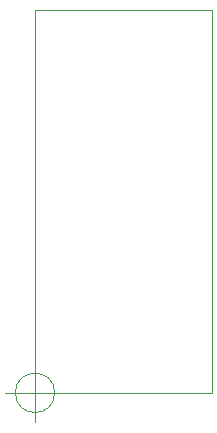
<source format=gm1>
G04 #@! TF.GenerationSoftware,KiCad,Pcbnew,(5.1.8)-1*
G04 #@! TF.CreationDate,2021-01-24T13:56:55+09:00*
G04 #@! TF.ProjectId,USB-Audio-PCM2906,5553422d-4175-4646-996f-2d50434d3239,rev?*
G04 #@! TF.SameCoordinates,Original*
G04 #@! TF.FileFunction,Profile,NP*
%FSLAX46Y46*%
G04 Gerber Fmt 4.6, Leading zero omitted, Abs format (unit mm)*
G04 Created by KiCad (PCBNEW (5.1.8)-1) date 2021-01-24 13:56:55*
%MOMM*%
%LPD*%
G01*
G04 APERTURE LIST*
G04 #@! TA.AperFunction,Profile*
%ADD10C,0.050000*%
G04 #@! TD*
G04 APERTURE END LIST*
D10*
X142666666Y-122400000D02*
G75*
G03*
X142666666Y-122400000I-1666666J0D01*
G01*
X138500000Y-122400000D02*
X143500000Y-122400000D01*
X141000000Y-119900000D02*
X141000000Y-124900000D01*
X141000000Y-90000000D02*
X141000000Y-122400000D01*
X156000000Y-90000000D02*
X141000000Y-90000000D01*
X156000000Y-122400000D02*
X156000000Y-90000000D01*
X141000000Y-122400000D02*
X156000000Y-122400000D01*
M02*

</source>
